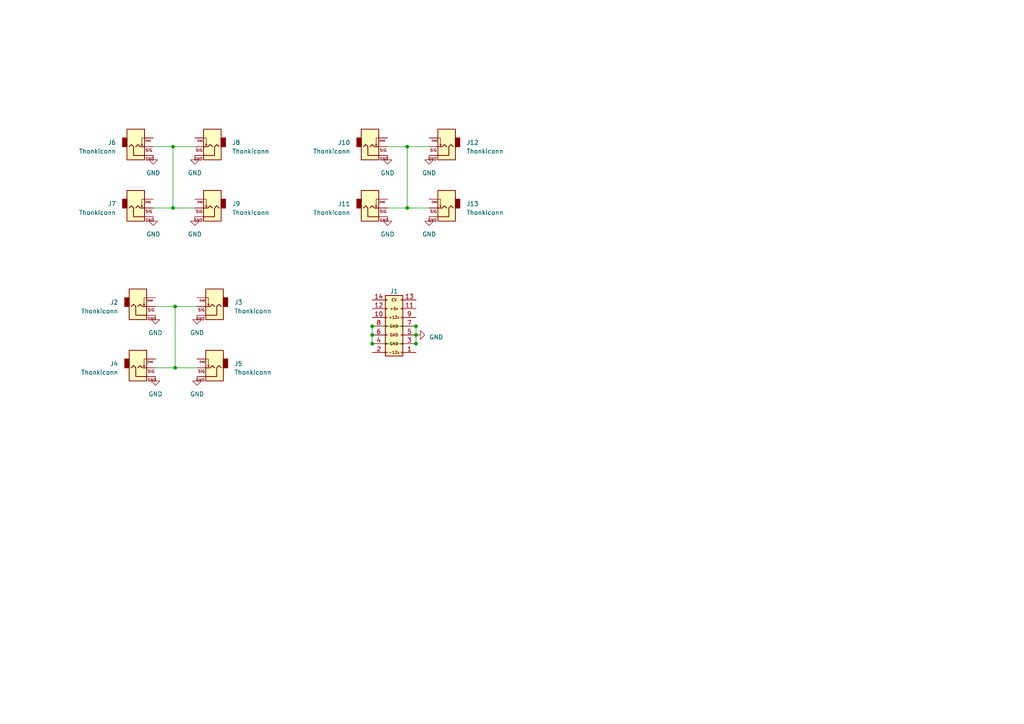
<source format=kicad_sch>
(kicad_sch (version 20230121) (generator eeschema)

  (uuid 58bdcfaa-26c1-491f-80d8-1e9816e1b15f)

  (paper "A4")

  (lib_symbols
    (symbol "PCM_EuroRackTools:EuroPower16_slim" (pin_names (offset 1.016) hide) (in_bom yes) (on_board yes)
      (property "Reference" "J" (at 1.27 7.62 0)
        (effects (font (size 1.27 1.27)))
      )
      (property "Value" "EuroPower16" (at 1.27 -12.7 0)
        (effects (font (size 1.27 1.27)) hide)
      )
      (property "Footprint" "Connector_PinHeader_2.54mm:PinHeader_2x07_P2.54mm_Vertical_SMD" (at 1.524 -18.034 0)
        (effects (font (size 1.27 1.27)) hide)
      )
      (property "Datasheet" "~" (at 1.524 -15.367 0)
        (effects (font (size 1.27 1.27)) hide)
      )
      (property "lcsc" "C2884016" (at 5.08 12.7 0)
        (effects (font (size 1.27 1.27)) hide)
      )
      (property "ki_keywords" "connector" (at 0 0 0)
        (effects (font (size 1.27 1.27)) hide)
      )
      (property "ki_description" "Generic connector, double row, 02x08, odd/even pin numbering scheme (row 1 odd numbers, row 2 even numbers), script generated (kicad-library-utils/schlib/autogen/connector/)" (at 0 0 0)
        (effects (font (size 1.27 1.27)) hide)
      )
      (property "ki_fp_filters" "Connector*:*_2x??_*" (at 0 0 0)
        (effects (font (size 1.27 1.27)) hide)
      )
      (symbol "EuroPower16_slim_0_0"
        (text "+12v" (at 1.27 0 0)
          (effects (font (size 0.8 0.8)))
        )
        (text "+5v" (at 1.27 2.54 0)
          (effects (font (size 0.8 0.8)))
        )
        (text "-12v" (at 1.27 -10.16 0)
          (effects (font (size 0.8 0.8)))
        )
        (text "CV" (at 1.27 5.08 0)
          (effects (font (size 0.8 0.8)))
        )
        (text "GND" (at 1.27 -7.62 0)
          (effects (font (size 0.8 0.8)))
        )
        (text "GND" (at 1.27 -5.08 0)
          (effects (font (size 0.8 0.8)))
        )
        (text "GND" (at 1.27 -2.54 0)
          (effects (font (size 0.8 0.8)))
        )
      )
      (symbol "EuroPower16_slim_1_1"
        (rectangle (start -1.27 -10.033) (end -0.762 -10.287)
          (stroke (width 0.1524) (type default))
          (fill (type none))
        )
        (rectangle (start -1.27 -7.493) (end -0.762 -7.747)
          (stroke (width 0.1524) (type default))
          (fill (type none))
        )
        (rectangle (start -1.27 -4.953) (end -0.762 -5.207)
          (stroke (width 0.1524) (type default))
          (fill (type none))
        )
        (rectangle (start -1.27 -2.413) (end -0.762 -2.667)
          (stroke (width 0.1524) (type default))
          (fill (type none))
        )
        (rectangle (start -1.27 0.127) (end -0.762 -0.127)
          (stroke (width 0.1524) (type default))
          (fill (type none))
        )
        (rectangle (start -1.27 2.667) (end -0.762 2.413)
          (stroke (width 0.1524) (type default))
          (fill (type none))
        )
        (rectangle (start -1.27 5.207) (end -0.762 4.953)
          (stroke (width 0.1524) (type default))
          (fill (type none))
        )
        (rectangle (start -1.27 6.35) (end 3.81 -11.176)
          (stroke (width 0.254) (type default))
          (fill (type background))
        )
        (rectangle (start 3.302 -10.033) (end 3.81 -10.287)
          (stroke (width 0.1524) (type default))
          (fill (type none))
        )
        (rectangle (start 3.302 -7.493) (end 3.81 -7.747)
          (stroke (width 0.1524) (type default))
          (fill (type none))
        )
        (rectangle (start 3.302 -4.953) (end 3.81 -5.207)
          (stroke (width 0.1524) (type default))
          (fill (type none))
        )
        (rectangle (start 3.302 -2.413) (end 3.81 -2.667)
          (stroke (width 0.1524) (type default))
          (fill (type none))
        )
        (rectangle (start 3.302 0.127) (end 3.81 -0.127)
          (stroke (width 0.1524) (type default))
          (fill (type none))
        )
        (rectangle (start 3.302 2.667) (end 3.81 2.413)
          (stroke (width 0.1524) (type default))
          (fill (type none))
        )
        (rectangle (start 3.302 5.207) (end 3.81 4.953)
          (stroke (width 0.1524) (type default))
          (fill (type none))
        )
        (pin power_out line (at 7.62 -10.16 180) (length 3.81)
          (name "-12v_R" (effects (font (size 1.27 1.27))))
          (number "1" (effects (font (size 1.27 1.27))))
        )
        (pin power_out line (at -5.08 0 0) (length 3.81)
          (name "+12V_L" (effects (font (size 1.27 1.27))))
          (number "10" (effects (font (size 1.27 1.27))))
        )
        (pin power_out line (at 7.62 2.54 180) (length 3.81)
          (name "+5v_R" (effects (font (size 1.27 1.27))))
          (number "11" (effects (font (size 1.27 1.27))))
        )
        (pin power_out line (at -5.08 2.54 0) (length 3.81)
          (name "+5v_L" (effects (font (size 1.27 1.27))))
          (number "12" (effects (font (size 1.27 1.27))))
        )
        (pin passive line (at 7.62 5.08 180) (length 3.81)
          (name "CV_R" (effects (font (size 1.27 1.27))))
          (number "13" (effects (font (size 1.27 1.27))))
        )
        (pin passive line (at -5.08 5.08 0) (length 3.81)
          (name "CV_L" (effects (font (size 1.27 1.27))))
          (number "14" (effects (font (size 1.27 1.27))))
        )
        (pin power_out line (at -5.08 -10.16 0) (length 3.81)
          (name "-12v_L" (effects (font (size 1.27 1.27))))
          (number "2" (effects (font (size 1.27 1.27))))
        )
        (pin power_out line (at 7.62 -7.62 180) (length 3.81)
          (name "GND" (effects (font (size 1.27 1.27))))
          (number "3" (effects (font (size 1.27 1.27))))
        )
        (pin power_out line (at -5.08 -7.62 0) (length 3.81)
          (name "GND" (effects (font (size 1.27 1.27))))
          (number "4" (effects (font (size 1.27 1.27))))
        )
        (pin power_out line (at 7.62 -5.08 180) (length 3.81)
          (name "GND_R3" (effects (font (size 1.27 1.27))))
          (number "5" (effects (font (size 1.27 1.27))))
        )
        (pin power_out line (at -5.08 -5.08 0) (length 3.81)
          (name "GND_L3" (effects (font (size 1.27 1.27))))
          (number "6" (effects (font (size 1.27 1.27))))
        )
        (pin power_out line (at 7.62 -2.54 180) (length 3.81)
          (name "GND_R2" (effects (font (size 1.27 1.27))))
          (number "7" (effects (font (size 1.27 1.27))))
        )
        (pin power_out line (at -5.08 -2.54 0) (length 3.81)
          (name "GND_L2" (effects (font (size 1.27 1.27))))
          (number "8" (effects (font (size 1.27 1.27))))
        )
        (pin power_out line (at 7.62 0 180) (length 3.81)
          (name "+12V_R" (effects (font (size 1.27 1.27))))
          (number "9" (effects (font (size 1.27 1.27))))
        )
      )
    )
    (symbol "PCM_EuroRackTools:Thonkiconn" (pin_numbers hide) (in_bom yes) (on_board yes)
      (property "Reference" "J" (at -1.27 -3.048 0)
        (effects (font (size 1.27 1.27)))
      )
      (property "Value" "Thonkiconn" (at 0 6.35 0)
        (effects (font (size 1.27 1.27)))
      )
      (property "Footprint" "Connector_Audio:Jack_3.5mm_QingPu_WQP-PJ398SM_Vertical_CircularHoles" (at 1.27 11.43 0)
        (effects (font (size 1.27 1.27)) hide)
      )
      (property "Datasheet" "~" (at 0 0 0)
        (effects (font (size 1.27 1.27)) hide)
      )
      (property "ki_keywords" "audio jack receptacle mono headphones phone TS connector" (at 0 0 0)
        (effects (font (size 1.27 1.27)) hide)
      )
      (property "ki_description" "Audio Jack, 2 Poles (Mono / TS), Switched T Pole (Normalling)" (at 0 0 0)
        (effects (font (size 1.27 1.27)) hide)
      )
      (property "ki_fp_filters" "Jack*" (at 0 0 0)
        (effects (font (size 1.27 1.27)) hide)
      )
      (symbol "Thonkiconn_0_0"
        (text "(no)" (at 3.556 -1.778 0)
          (effects (font (size 0.5 0.5)))
        )
        (text "GND" (at 4.064 3.556 0)
          (effects (font (size 0.8 0.8)))
        )
        (text "SIG" (at 3.81 1.016 0)
          (effects (font (size 0.8 0.8)))
        )
      )
      (symbol "Thonkiconn_0_1"
        (rectangle (start -2.54 0) (end -3.81 -2.54)
          (stroke (width 0.254) (type default))
          (fill (type outline))
        )
        (polyline
          (pts
            (xy 1.778 -0.254)
            (xy 2.032 -0.762)
          )
          (stroke (width 0) (type default))
          (fill (type none))
        )
        (polyline
          (pts
            (xy 0 0)
            (xy 0.635 -0.635)
            (xy 1.27 0)
            (xy 2.54 0)
          )
          (stroke (width 0.254) (type default))
          (fill (type none))
        )
        (polyline
          (pts
            (xy 2.54 -2.54)
            (xy 1.778 -2.54)
            (xy 1.778 -0.254)
            (xy 1.524 -0.762)
          )
          (stroke (width 0) (type default))
          (fill (type none))
        )
        (polyline
          (pts
            (xy 2.54 2.54)
            (xy -0.635 2.54)
            (xy -0.635 0)
            (xy -1.27 -0.635)
            (xy -1.905 0)
          )
          (stroke (width 0.254) (type default))
          (fill (type none))
        )
        (rectangle (start 2.54 3.81) (end -2.54 -5.08)
          (stroke (width 0.254) (type default))
          (fill (type background))
        )
      )
      (symbol "Thonkiconn_1_1"
        (pin passive line (at 5.08 2.54 180) (length 2.54)
          (name "~" (effects (font (size 1.27 1.27))))
          (number "S" (effects (font (size 1.27 1.27))))
        )
        (pin passive line (at 5.08 0 180) (length 2.54)
          (name "~" (effects (font (size 1.27 1.27))))
          (number "T" (effects (font (size 1.27 1.27))))
        )
        (pin passive line (at 5.08 -2.54 180) (length 2.54)
          (name "~" (effects (font (size 1.27 1.27))))
          (number "TN" (effects (font (size 1.27 1.27))))
        )
      )
    )
    (symbol "power:GND" (power) (pin_names (offset 0)) (in_bom yes) (on_board yes)
      (property "Reference" "#PWR" (at 0 -6.35 0)
        (effects (font (size 1.27 1.27)) hide)
      )
      (property "Value" "GND" (at 0 -3.81 0)
        (effects (font (size 1.27 1.27)))
      )
      (property "Footprint" "" (at 0 0 0)
        (effects (font (size 1.27 1.27)) hide)
      )
      (property "Datasheet" "" (at 0 0 0)
        (effects (font (size 1.27 1.27)) hide)
      )
      (property "ki_keywords" "global power" (at 0 0 0)
        (effects (font (size 1.27 1.27)) hide)
      )
      (property "ki_description" "Power symbol creates a global label with name \"GND\" , ground" (at 0 0 0)
        (effects (font (size 1.27 1.27)) hide)
      )
      (symbol "GND_0_1"
        (polyline
          (pts
            (xy 0 0)
            (xy 0 -1.27)
            (xy 1.27 -1.27)
            (xy 0 -2.54)
            (xy -1.27 -1.27)
            (xy 0 -1.27)
          )
          (stroke (width 0) (type default))
          (fill (type none))
        )
      )
      (symbol "GND_1_1"
        (pin power_in line (at 0 0 270) (length 0) hide
          (name "GND" (effects (font (size 1.27 1.27))))
          (number "1" (effects (font (size 1.27 1.27))))
        )
      )
    )
  )

  (junction (at 118.11 60.325) (diameter 0) (color 0 0 0 0)
    (uuid 35fd5659-d6f9-4ff6-9a72-7a221042a40e)
  )
  (junction (at 50.165 42.545) (diameter 0) (color 0 0 0 0)
    (uuid 38bf440f-13c2-4393-ab04-26c2da4b12b3)
  )
  (junction (at 50.165 60.325) (diameter 0) (color 0 0 0 0)
    (uuid 5db8ad4e-afdc-43eb-825e-e34aba1fb01f)
  )
  (junction (at 107.95 99.695) (diameter 0) (color 0 0 0 0)
    (uuid 90d58c08-9898-44fc-811d-60b137aeab68)
  )
  (junction (at 118.11 42.545) (diameter 0) (color 0 0 0 0)
    (uuid 924bdfe4-8066-41ab-b628-ed7a53de5031)
  )
  (junction (at 120.65 94.615) (diameter 0) (color 0 0 0 0)
    (uuid b660c970-b7af-4dea-a599-8ac980a1d19f)
  )
  (junction (at 50.8 88.9) (diameter 0) (color 0 0 0 0)
    (uuid bc96813e-e332-4cba-a6b5-11b786d8643d)
  )
  (junction (at 50.8 106.68) (diameter 0) (color 0 0 0 0)
    (uuid c28ee420-2c22-4131-94ac-b9e8089d89c8)
  )
  (junction (at 107.95 94.615) (diameter 0) (color 0 0 0 0)
    (uuid d049ea71-82aa-48cd-8160-a6a6909ccdab)
  )
  (junction (at 120.65 99.695) (diameter 0) (color 0 0 0 0)
    (uuid e009606d-47a6-4798-95ef-395123306787)
  )
  (junction (at 107.95 97.155) (diameter 0) (color 0 0 0 0)
    (uuid e9757ae5-1082-445f-adaa-baa6a31bfefb)
  )
  (junction (at 120.65 97.155) (diameter 0) (color 0 0 0 0)
    (uuid f11e2e74-9180-494e-b04f-8452105aedb7)
  )

  (wire (pts (xy 45.085 106.68) (xy 50.8 106.68))
    (stroke (width 0) (type default))
    (uuid 03bfddff-0d2b-41be-9780-1880c6f77b06)
  )
  (wire (pts (xy 45.085 88.9) (xy 50.8 88.9))
    (stroke (width 0) (type default))
    (uuid 0b8c9467-cb51-4712-a0d3-94cee47ad79b)
  )
  (wire (pts (xy 118.11 42.545) (xy 118.11 60.325))
    (stroke (width 0) (type default))
    (uuid 16b89948-2025-433e-a2c9-e9961b3e9efc)
  )
  (wire (pts (xy 120.65 99.695) (xy 107.95 99.695))
    (stroke (width 0) (type default))
    (uuid 1e3b68db-76e2-4060-8859-d7d9b6a20f62)
  )
  (wire (pts (xy 112.395 42.545) (xy 118.11 42.545))
    (stroke (width 0) (type default))
    (uuid 21033795-7c2b-4109-b8ab-ddac6cc2e634)
  )
  (wire (pts (xy 44.45 42.545) (xy 50.165 42.545))
    (stroke (width 0) (type default))
    (uuid 21a3af8d-c9f2-44cc-b865-0f0864cfe66c)
  )
  (wire (pts (xy 118.11 42.545) (xy 124.46 42.545))
    (stroke (width 0) (type default))
    (uuid 38b167d7-8c33-4c53-b834-f5e6f28f30cf)
  )
  (wire (pts (xy 50.8 88.9) (xy 50.8 106.68))
    (stroke (width 0) (type default))
    (uuid 409c98fc-ea67-45b3-bb46-37c7d02052bd)
  )
  (wire (pts (xy 50.165 42.545) (xy 56.515 42.545))
    (stroke (width 0) (type default))
    (uuid 502dc00b-0dc3-48f6-8d95-d5c1137ba9fd)
  )
  (wire (pts (xy 112.395 60.325) (xy 118.11 60.325))
    (stroke (width 0) (type default))
    (uuid 555a4726-ce84-4d6e-a6f6-b87996654f6e)
  )
  (wire (pts (xy 50.8 106.68) (xy 57.15 106.68))
    (stroke (width 0) (type default))
    (uuid 5a547900-e869-4a1b-a7cb-f4b72b48d557)
  )
  (wire (pts (xy 118.11 60.325) (xy 124.46 60.325))
    (stroke (width 0) (type default))
    (uuid 7310a9dd-9bce-4297-84b0-0ddda04c4e16)
  )
  (wire (pts (xy 120.65 94.615) (xy 120.65 97.155))
    (stroke (width 0) (type default))
    (uuid 7d8ba988-578b-4fc5-a8ef-e670981a56bc)
  )
  (wire (pts (xy 120.65 97.155) (xy 120.65 99.695))
    (stroke (width 0) (type default))
    (uuid 84b87874-6176-4406-b296-40ffafb57c8d)
  )
  (wire (pts (xy 50.165 42.545) (xy 50.165 60.325))
    (stroke (width 0) (type default))
    (uuid 855768e6-5c05-4738-9510-de8c58f62f16)
  )
  (wire (pts (xy 107.95 94.615) (xy 120.65 94.615))
    (stroke (width 0) (type default))
    (uuid ad5b923d-75de-427a-b2a3-3511f5b5b589)
  )
  (wire (pts (xy 44.45 60.325) (xy 50.165 60.325))
    (stroke (width 0) (type default))
    (uuid bb3c28fa-5c19-4d65-ba58-0727cbf6922e)
  )
  (wire (pts (xy 107.95 97.155) (xy 107.95 99.695))
    (stroke (width 0) (type default))
    (uuid be74c745-bdf7-4139-9a92-4e81d633a2df)
  )
  (wire (pts (xy 107.95 94.615) (xy 107.95 97.155))
    (stroke (width 0) (type default))
    (uuid c3a091b5-1561-4709-ab7b-cc25123b6827)
  )
  (wire (pts (xy 50.8 88.9) (xy 57.15 88.9))
    (stroke (width 0) (type default))
    (uuid ca5332e0-94b8-4077-8da9-817ed54c527a)
  )
  (wire (pts (xy 50.165 60.325) (xy 56.515 60.325))
    (stroke (width 0) (type default))
    (uuid d413451f-f9c3-478d-9bac-3f3bab98eb53)
  )

  (symbol (lib_id "PCM_EuroRackTools:Thonkiconn") (at 129.54 60.325 180) (unit 1)
    (in_bom yes) (on_board yes) (dnp no) (fields_autoplaced)
    (uuid 0b876b34-bbd3-4230-865f-581b8806f1b7)
    (property "Reference" "J13" (at 135.255 59.127 0)
      (effects (font (size 1.27 1.27)) (justify right))
    )
    (property "Value" "Thonkiconn" (at 135.255 61.667 0)
      (effects (font (size 1.27 1.27)) (justify right))
    )
    (property "Footprint" "Connector_Audio:Jack_3.5mm_QingPu_WQP-PJ398SM_Vertical_CircularHoles" (at 128.27 71.755 0)
      (effects (font (size 1.27 1.27)) hide)
    )
    (property "Datasheet" "~" (at 129.54 60.325 0)
      (effects (font (size 1.27 1.27)) hide)
    )
    (pin "S" (uuid 1f63ac2a-a1d9-44ad-9a38-307a2f7100de))
    (pin "T" (uuid 7fcfb4e3-fed6-40cf-a150-ec26cb2e784b))
    (pin "TN" (uuid 820fa911-7ac0-4ace-96f2-22c0219e911b))
    (instances
      (project "passive mult"
        (path "/58bdcfaa-26c1-491f-80d8-1e9816e1b15f"
          (reference "J13") (unit 1)
        )
      )
    )
  )

  (symbol (lib_id "power:GND") (at 44.45 45.085 0) (unit 1)
    (in_bom yes) (on_board yes) (dnp no) (fields_autoplaced)
    (uuid 176ff0b1-1a19-4b6a-a61f-8b8399d4f15d)
    (property "Reference" "#PWR06" (at 44.45 51.435 0)
      (effects (font (size 1.27 1.27)) hide)
    )
    (property "Value" "GND" (at 44.45 50.165 0)
      (effects (font (size 1.27 1.27)))
    )
    (property "Footprint" "" (at 44.45 45.085 0)
      (effects (font (size 1.27 1.27)) hide)
    )
    (property "Datasheet" "" (at 44.45 45.085 0)
      (effects (font (size 1.27 1.27)) hide)
    )
    (pin "1" (uuid 85c4aca4-ea96-401f-a822-5d9e988761ad))
    (instances
      (project "passive mult"
        (path "/58bdcfaa-26c1-491f-80d8-1e9816e1b15f"
          (reference "#PWR06") (unit 1)
        )
      )
    )
  )

  (symbol (lib_id "PCM_EuroRackTools:Thonkiconn") (at 107.315 60.325 0) (mirror x) (unit 1)
    (in_bom yes) (on_board yes) (dnp no) (fields_autoplaced)
    (uuid 17fce11b-1eff-4f40-adc2-0b1f67e0f5f4)
    (property "Reference" "J11" (at 101.6 59.127 0)
      (effects (font (size 1.27 1.27)) (justify right))
    )
    (property "Value" "Thonkiconn" (at 101.6 61.667 0)
      (effects (font (size 1.27 1.27)) (justify right))
    )
    (property "Footprint" "Connector_Audio:Jack_3.5mm_QingPu_WQP-PJ398SM_Vertical_CircularHoles" (at 108.585 71.755 0)
      (effects (font (size 1.27 1.27)) hide)
    )
    (property "Datasheet" "~" (at 107.315 60.325 0)
      (effects (font (size 1.27 1.27)) hide)
    )
    (pin "S" (uuid c7db9e79-6d3a-4adf-9685-ef0d2bfd9d26))
    (pin "T" (uuid a308b568-ca2b-4b15-b166-eb0654db96a3))
    (pin "TN" (uuid 8158ae3b-ab14-486b-becf-0bf9867d2ab3))
    (instances
      (project "passive mult"
        (path "/58bdcfaa-26c1-491f-80d8-1e9816e1b15f"
          (reference "J11") (unit 1)
        )
      )
    )
  )

  (symbol (lib_id "power:GND") (at 45.085 109.22 0) (unit 1)
    (in_bom yes) (on_board yes) (dnp no) (fields_autoplaced)
    (uuid 1971ece1-d0c6-462e-9f17-6d76b743d789)
    (property "Reference" "#PWR04" (at 45.085 115.57 0)
      (effects (font (size 1.27 1.27)) hide)
    )
    (property "Value" "GND" (at 45.085 114.3 0)
      (effects (font (size 1.27 1.27)))
    )
    (property "Footprint" "" (at 45.085 109.22 0)
      (effects (font (size 1.27 1.27)) hide)
    )
    (property "Datasheet" "" (at 45.085 109.22 0)
      (effects (font (size 1.27 1.27)) hide)
    )
    (pin "1" (uuid 427a2bbd-e92a-4c6f-b48b-20ade3546f2e))
    (instances
      (project "passive mult"
        (path "/58bdcfaa-26c1-491f-80d8-1e9816e1b15f"
          (reference "#PWR04") (unit 1)
        )
      )
    )
  )

  (symbol (lib_id "power:GND") (at 57.15 91.44 0) (mirror y) (unit 1)
    (in_bom yes) (on_board yes) (dnp no) (fields_autoplaced)
    (uuid 1f63abcd-19d1-4666-acd5-921b9647b667)
    (property "Reference" "#PWR03" (at 57.15 97.79 0)
      (effects (font (size 1.27 1.27)) hide)
    )
    (property "Value" "GND" (at 57.15 96.52 0)
      (effects (font (size 1.27 1.27)))
    )
    (property "Footprint" "" (at 57.15 91.44 0)
      (effects (font (size 1.27 1.27)) hide)
    )
    (property "Datasheet" "" (at 57.15 91.44 0)
      (effects (font (size 1.27 1.27)) hide)
    )
    (pin "1" (uuid 6d249eb3-c792-420a-98e3-db0d01abe13a))
    (instances
      (project "passive mult"
        (path "/58bdcfaa-26c1-491f-80d8-1e9816e1b15f"
          (reference "#PWR03") (unit 1)
        )
      )
    )
  )

  (symbol (lib_id "PCM_EuroRackTools:Thonkiconn") (at 62.23 106.68 180) (unit 1)
    (in_bom yes) (on_board yes) (dnp no) (fields_autoplaced)
    (uuid 3a8d6802-b90a-4675-ab99-0d5cdbd2c637)
    (property "Reference" "J5" (at 67.945 105.482 0)
      (effects (font (size 1.27 1.27)) (justify right))
    )
    (property "Value" "Thonkiconn" (at 67.945 108.022 0)
      (effects (font (size 1.27 1.27)) (justify right))
    )
    (property "Footprint" "Connector_Audio:Jack_3.5mm_QingPu_WQP-PJ398SM_Vertical_CircularHoles" (at 60.96 118.11 0)
      (effects (font (size 1.27 1.27)) hide)
    )
    (property "Datasheet" "~" (at 62.23 106.68 0)
      (effects (font (size 1.27 1.27)) hide)
    )
    (pin "S" (uuid c6951cbf-13dc-4c91-abcf-8fbe059917e3))
    (pin "T" (uuid a707c021-f165-4fc9-98ef-a90d8dd7b8ea))
    (pin "TN" (uuid 4ac7a789-bf91-4762-9f64-7349fe363fa7))
    (instances
      (project "passive mult"
        (path "/58bdcfaa-26c1-491f-80d8-1e9816e1b15f"
          (reference "J5") (unit 1)
        )
      )
    )
  )

  (symbol (lib_id "PCM_EuroRackTools:Thonkiconn") (at 40.005 88.9 0) (mirror x) (unit 1)
    (in_bom yes) (on_board yes) (dnp no) (fields_autoplaced)
    (uuid 48d45f98-6c32-44bc-9e9b-5a77130cc314)
    (property "Reference" "J2" (at 34.29 87.702 0)
      (effects (font (size 1.27 1.27)) (justify right))
    )
    (property "Value" "Thonkiconn" (at 34.29 90.242 0)
      (effects (font (size 1.27 1.27)) (justify right))
    )
    (property "Footprint" "Connector_Audio:Jack_3.5mm_QingPu_WQP-PJ398SM_Vertical_CircularHoles" (at 41.275 100.33 0)
      (effects (font (size 1.27 1.27)) hide)
    )
    (property "Datasheet" "~" (at 40.005 88.9 0)
      (effects (font (size 1.27 1.27)) hide)
    )
    (pin "S" (uuid 61b503fe-b23b-4e89-a95f-e51711d4d1b7))
    (pin "T" (uuid 35a389dd-fac8-4abe-97ca-a843eec375a4))
    (pin "TN" (uuid eaca03aa-16ec-4449-8ff2-d8425d1c2528))
    (instances
      (project "passive mult"
        (path "/58bdcfaa-26c1-491f-80d8-1e9816e1b15f"
          (reference "J2") (unit 1)
        )
      )
    )
  )

  (symbol (lib_id "power:GND") (at 112.395 45.085 0) (unit 1)
    (in_bom yes) (on_board yes) (dnp no) (fields_autoplaced)
    (uuid 899dea67-d55e-44ae-98c5-a1a23e516897)
    (property "Reference" "#PWR010" (at 112.395 51.435 0)
      (effects (font (size 1.27 1.27)) hide)
    )
    (property "Value" "GND" (at 112.395 50.165 0)
      (effects (font (size 1.27 1.27)))
    )
    (property "Footprint" "" (at 112.395 45.085 0)
      (effects (font (size 1.27 1.27)) hide)
    )
    (property "Datasheet" "" (at 112.395 45.085 0)
      (effects (font (size 1.27 1.27)) hide)
    )
    (pin "1" (uuid 8b011e8c-09e9-431e-92be-963e496da0e1))
    (instances
      (project "passive mult"
        (path "/58bdcfaa-26c1-491f-80d8-1e9816e1b15f"
          (reference "#PWR010") (unit 1)
        )
      )
    )
  )

  (symbol (lib_id "power:GND") (at 56.515 45.085 0) (mirror y) (unit 1)
    (in_bom yes) (on_board yes) (dnp no) (fields_autoplaced)
    (uuid 8ad6edaa-0c17-4926-b088-8cc9814dd921)
    (property "Reference" "#PWR08" (at 56.515 51.435 0)
      (effects (font (size 1.27 1.27)) hide)
    )
    (property "Value" "GND" (at 56.515 50.165 0)
      (effects (font (size 1.27 1.27)))
    )
    (property "Footprint" "" (at 56.515 45.085 0)
      (effects (font (size 1.27 1.27)) hide)
    )
    (property "Datasheet" "" (at 56.515 45.085 0)
      (effects (font (size 1.27 1.27)) hide)
    )
    (pin "1" (uuid 07efd92e-397e-44d3-9193-69257ac6c1b6))
    (instances
      (project "passive mult"
        (path "/58bdcfaa-26c1-491f-80d8-1e9816e1b15f"
          (reference "#PWR08") (unit 1)
        )
      )
    )
  )

  (symbol (lib_id "power:GND") (at 56.515 62.865 0) (mirror y) (unit 1)
    (in_bom yes) (on_board yes) (dnp no) (fields_autoplaced)
    (uuid 8aeddb8c-0b52-483c-8771-fc4eda544814)
    (property "Reference" "#PWR09" (at 56.515 69.215 0)
      (effects (font (size 1.27 1.27)) hide)
    )
    (property "Value" "GND" (at 56.515 67.945 0)
      (effects (font (size 1.27 1.27)))
    )
    (property "Footprint" "" (at 56.515 62.865 0)
      (effects (font (size 1.27 1.27)) hide)
    )
    (property "Datasheet" "" (at 56.515 62.865 0)
      (effects (font (size 1.27 1.27)) hide)
    )
    (pin "1" (uuid 1eabcd4b-5581-4f83-b20c-f4ffaa660e9e))
    (instances
      (project "passive mult"
        (path "/58bdcfaa-26c1-491f-80d8-1e9816e1b15f"
          (reference "#PWR09") (unit 1)
        )
      )
    )
  )

  (symbol (lib_id "PCM_EuroRackTools:Thonkiconn") (at 61.595 60.325 180) (unit 1)
    (in_bom yes) (on_board yes) (dnp no) (fields_autoplaced)
    (uuid 8b074d4d-12fc-4d03-8ef7-2fdba4ee774a)
    (property "Reference" "J9" (at 67.31 59.127 0)
      (effects (font (size 1.27 1.27)) (justify right))
    )
    (property "Value" "Thonkiconn" (at 67.31 61.667 0)
      (effects (font (size 1.27 1.27)) (justify right))
    )
    (property "Footprint" "Connector_Audio:Jack_3.5mm_QingPu_WQP-PJ398SM_Vertical_CircularHoles" (at 60.325 71.755 0)
      (effects (font (size 1.27 1.27)) hide)
    )
    (property "Datasheet" "~" (at 61.595 60.325 0)
      (effects (font (size 1.27 1.27)) hide)
    )
    (pin "S" (uuid 43d8f1b7-0c4e-4842-8296-54e8eafb0612))
    (pin "T" (uuid 352de0b7-bace-4757-afa8-3c178d432d82))
    (pin "TN" (uuid d629a31a-51ef-477b-ad9a-cb8d7f6c66a4))
    (instances
      (project "passive mult"
        (path "/58bdcfaa-26c1-491f-80d8-1e9816e1b15f"
          (reference "J9") (unit 1)
        )
      )
    )
  )

  (symbol (lib_id "power:GND") (at 124.46 62.865 0) (mirror y) (unit 1)
    (in_bom yes) (on_board yes) (dnp no) (fields_autoplaced)
    (uuid 8bedda04-ac7a-4001-9c49-95c8ee6c11b1)
    (property "Reference" "#PWR013" (at 124.46 69.215 0)
      (effects (font (size 1.27 1.27)) hide)
    )
    (property "Value" "GND" (at 124.46 67.945 0)
      (effects (font (size 1.27 1.27)))
    )
    (property "Footprint" "" (at 124.46 62.865 0)
      (effects (font (size 1.27 1.27)) hide)
    )
    (property "Datasheet" "" (at 124.46 62.865 0)
      (effects (font (size 1.27 1.27)) hide)
    )
    (pin "1" (uuid fb1fe79b-46ab-478b-a784-419bea09fd70))
    (instances
      (project "passive mult"
        (path "/58bdcfaa-26c1-491f-80d8-1e9816e1b15f"
          (reference "#PWR013") (unit 1)
        )
      )
    )
  )

  (symbol (lib_id "PCM_EuroRackTools:Thonkiconn") (at 40.005 106.68 0) (mirror x) (unit 1)
    (in_bom yes) (on_board yes) (dnp no) (fields_autoplaced)
    (uuid 8ffe6751-21c4-499d-906f-541117f53843)
    (property "Reference" "J4" (at 34.29 105.482 0)
      (effects (font (size 1.27 1.27)) (justify right))
    )
    (property "Value" "Thonkiconn" (at 34.29 108.022 0)
      (effects (font (size 1.27 1.27)) (justify right))
    )
    (property "Footprint" "Connector_Audio:Jack_3.5mm_QingPu_WQP-PJ398SM_Vertical_CircularHoles" (at 41.275 118.11 0)
      (effects (font (size 1.27 1.27)) hide)
    )
    (property "Datasheet" "~" (at 40.005 106.68 0)
      (effects (font (size 1.27 1.27)) hide)
    )
    (pin "S" (uuid f4b42e0a-1039-454b-a6bb-5aae03c48f30))
    (pin "T" (uuid 173f7504-53ec-4f9e-b517-4820065bee74))
    (pin "TN" (uuid b266efb7-654f-4bfb-ab14-bca37b09e31a))
    (instances
      (project "passive mult"
        (path "/58bdcfaa-26c1-491f-80d8-1e9816e1b15f"
          (reference "J4") (unit 1)
        )
      )
    )
  )

  (symbol (lib_id "PCM_EuroRackTools:Thonkiconn") (at 62.23 88.9 180) (unit 1)
    (in_bom yes) (on_board yes) (dnp no) (fields_autoplaced)
    (uuid 94afb58a-3a21-4f98-8849-cbb74b91d47e)
    (property "Reference" "J3" (at 67.945 87.702 0)
      (effects (font (size 1.27 1.27)) (justify right))
    )
    (property "Value" "Thonkiconn" (at 67.945 90.242 0)
      (effects (font (size 1.27 1.27)) (justify right))
    )
    (property "Footprint" "Connector_Audio:Jack_3.5mm_QingPu_WQP-PJ398SM_Vertical_CircularHoles" (at 60.96 100.33 0)
      (effects (font (size 1.27 1.27)) hide)
    )
    (property "Datasheet" "~" (at 62.23 88.9 0)
      (effects (font (size 1.27 1.27)) hide)
    )
    (pin "S" (uuid 4af73b00-1181-4550-9b39-7317778d258f))
    (pin "T" (uuid 84edf2dc-7423-4c7f-92ee-4852027253b8))
    (pin "TN" (uuid cda636db-f4f6-4e54-be30-13da6753a1f1))
    (instances
      (project "passive mult"
        (path "/58bdcfaa-26c1-491f-80d8-1e9816e1b15f"
          (reference "J3") (unit 1)
        )
      )
    )
  )

  (symbol (lib_id "power:GND") (at 57.15 109.22 0) (mirror y) (unit 1)
    (in_bom yes) (on_board yes) (dnp no) (fields_autoplaced)
    (uuid 96dfc44a-e39c-42e8-ad24-e0e9fa7ab8a9)
    (property "Reference" "#PWR05" (at 57.15 115.57 0)
      (effects (font (size 1.27 1.27)) hide)
    )
    (property "Value" "GND" (at 57.15 114.3 0)
      (effects (font (size 1.27 1.27)))
    )
    (property "Footprint" "" (at 57.15 109.22 0)
      (effects (font (size 1.27 1.27)) hide)
    )
    (property "Datasheet" "" (at 57.15 109.22 0)
      (effects (font (size 1.27 1.27)) hide)
    )
    (pin "1" (uuid 28993668-0d58-478d-931a-9cb27927f016))
    (instances
      (project "passive mult"
        (path "/58bdcfaa-26c1-491f-80d8-1e9816e1b15f"
          (reference "#PWR05") (unit 1)
        )
      )
    )
  )

  (symbol (lib_id "power:GND") (at 124.46 45.085 0) (mirror y) (unit 1)
    (in_bom yes) (on_board yes) (dnp no) (fields_autoplaced)
    (uuid 97867cf6-3bcf-45f7-bf9a-960d4db03c29)
    (property "Reference" "#PWR012" (at 124.46 51.435 0)
      (effects (font (size 1.27 1.27)) hide)
    )
    (property "Value" "GND" (at 124.46 50.165 0)
      (effects (font (size 1.27 1.27)))
    )
    (property "Footprint" "" (at 124.46 45.085 0)
      (effects (font (size 1.27 1.27)) hide)
    )
    (property "Datasheet" "" (at 124.46 45.085 0)
      (effects (font (size 1.27 1.27)) hide)
    )
    (pin "1" (uuid de436b18-4429-4d5d-aeeb-2c335015914c))
    (instances
      (project "passive mult"
        (path "/58bdcfaa-26c1-491f-80d8-1e9816e1b15f"
          (reference "#PWR012") (unit 1)
        )
      )
    )
  )

  (symbol (lib_id "PCM_EuroRackTools:Thonkiconn") (at 39.37 60.325 0) (mirror x) (unit 1)
    (in_bom yes) (on_board yes) (dnp no) (fields_autoplaced)
    (uuid aa6c9b4f-0c43-4529-ac5a-0e7fd9a58d89)
    (property "Reference" "J7" (at 33.655 59.127 0)
      (effects (font (size 1.27 1.27)) (justify right))
    )
    (property "Value" "Thonkiconn" (at 33.655 61.667 0)
      (effects (font (size 1.27 1.27)) (justify right))
    )
    (property "Footprint" "Connector_Audio:Jack_3.5mm_QingPu_WQP-PJ398SM_Vertical_CircularHoles" (at 40.64 71.755 0)
      (effects (font (size 1.27 1.27)) hide)
    )
    (property "Datasheet" "~" (at 39.37 60.325 0)
      (effects (font (size 1.27 1.27)) hide)
    )
    (pin "S" (uuid 9632f308-9035-489a-859e-b88d543e034d))
    (pin "T" (uuid 0b5500ac-2b87-478f-b43f-cc3bd7373bf6))
    (pin "TN" (uuid f053fee6-928d-436e-bf11-b5ce1a4f6b7f))
    (instances
      (project "passive mult"
        (path "/58bdcfaa-26c1-491f-80d8-1e9816e1b15f"
          (reference "J7") (unit 1)
        )
      )
    )
  )

  (symbol (lib_id "PCM_EuroRackTools:EuroPower16_slim") (at 113.03 92.075 0) (unit 1)
    (in_bom yes) (on_board yes) (dnp no) (fields_autoplaced)
    (uuid b14b688c-aac3-4911-978f-9ee88cb41900)
    (property "Reference" "J1" (at 114.3 84.455 0)
      (effects (font (size 1.27 1.27)))
    )
    (property "Value" "EuroPower16" (at 114.3 104.775 0)
      (effects (font (size 1.27 1.27)) hide)
    )
    (property "Footprint" "Connector_PinHeader_2.54mm:PinHeader_2x07_P2.54mm_Vertical_SMD" (at 114.554 110.109 0)
      (effects (font (size 1.27 1.27)) hide)
    )
    (property "Datasheet" "~" (at 114.554 107.442 0)
      (effects (font (size 1.27 1.27)) hide)
    )
    (property "lcsc" "C2884016" (at 118.11 79.375 0)
      (effects (font (size 1.27 1.27)) hide)
    )
    (pin "1" (uuid b658de58-552e-4c28-a876-065754727828))
    (pin "10" (uuid 065f1d88-2aa5-4688-981a-f680c5c7cf87))
    (pin "11" (uuid 557d2fc8-c56e-4646-b0b7-e62a3eac4727))
    (pin "12" (uuid d087773b-3eee-4b2a-ac0b-c4747d8bc453))
    (pin "13" (uuid 8ad7d396-4913-47e7-b479-159c91f0b00e))
    (pin "14" (uuid 7209b8fc-6b2a-438c-8a5d-ce3bc6a7f293))
    (pin "2" (uuid 61d6ad03-6141-4886-97b5-f5358083d259))
    (pin "3" (uuid 9577d12e-d924-4f08-9ee3-b2fe88426133))
    (pin "4" (uuid 2f7699d1-83d1-4dca-8c76-06d2497dd990))
    (pin "5" (uuid ce3b6da8-be19-4818-a5de-1ade2d00e68e))
    (pin "6" (uuid 69663dda-3bf0-4c74-91d6-6ffaa87abe09))
    (pin "7" (uuid 625e703b-833d-44ff-b6d5-653db35f84e7))
    (pin "8" (uuid 5de47d44-a78d-4d33-897a-c522d9f67865))
    (pin "9" (uuid 8212fcfd-aece-439d-b0d4-51a06161cf3c))
    (instances
      (project "passive mult"
        (path "/58bdcfaa-26c1-491f-80d8-1e9816e1b15f"
          (reference "J1") (unit 1)
        )
      )
    )
  )

  (symbol (lib_id "power:GND") (at 112.395 62.865 0) (unit 1)
    (in_bom yes) (on_board yes) (dnp no) (fields_autoplaced)
    (uuid b269e9fc-ac33-46ce-8863-9c84d3febbb5)
    (property "Reference" "#PWR011" (at 112.395 69.215 0)
      (effects (font (size 1.27 1.27)) hide)
    )
    (property "Value" "GND" (at 112.395 67.945 0)
      (effects (font (size 1.27 1.27)))
    )
    (property "Footprint" "" (at 112.395 62.865 0)
      (effects (font (size 1.27 1.27)) hide)
    )
    (property "Datasheet" "" (at 112.395 62.865 0)
      (effects (font (size 1.27 1.27)) hide)
    )
    (pin "1" (uuid 7e9695e4-5362-4db7-8c15-27660bc65bdf))
    (instances
      (project "passive mult"
        (path "/58bdcfaa-26c1-491f-80d8-1e9816e1b15f"
          (reference "#PWR011") (unit 1)
        )
      )
    )
  )

  (symbol (lib_id "PCM_EuroRackTools:Thonkiconn") (at 129.54 42.545 180) (unit 1)
    (in_bom yes) (on_board yes) (dnp no) (fields_autoplaced)
    (uuid b3088e07-a206-489a-a14d-b78e139cae22)
    (property "Reference" "J12" (at 135.255 41.347 0)
      (effects (font (size 1.27 1.27)) (justify right))
    )
    (property "Value" "Thonkiconn" (at 135.255 43.887 0)
      (effects (font (size 1.27 1.27)) (justify right))
    )
    (property "Footprint" "Connector_Audio:Jack_3.5mm_QingPu_WQP-PJ398SM_Vertical_CircularHoles" (at 128.27 53.975 0)
      (effects (font (size 1.27 1.27)) hide)
    )
    (property "Datasheet" "~" (at 129.54 42.545 0)
      (effects (font (size 1.27 1.27)) hide)
    )
    (pin "S" (uuid 352f966a-9984-4130-baf0-ef9c07d2973f))
    (pin "T" (uuid 0030945d-8a8c-4966-b099-82214cb68b4f))
    (pin "TN" (uuid b9b9ce8d-0daa-4090-884c-3d64cd5f2a38))
    (instances
      (project "passive mult"
        (path "/58bdcfaa-26c1-491f-80d8-1e9816e1b15f"
          (reference "J12") (unit 1)
        )
      )
    )
  )

  (symbol (lib_id "PCM_EuroRackTools:Thonkiconn") (at 39.37 42.545 0) (mirror x) (unit 1)
    (in_bom yes) (on_board yes) (dnp no) (fields_autoplaced)
    (uuid b517fe35-6e13-4bbe-9472-4861d35237d9)
    (property "Reference" "J6" (at 33.655 41.347 0)
      (effects (font (size 1.27 1.27)) (justify right))
    )
    (property "Value" "Thonkiconn" (at 33.655 43.887 0)
      (effects (font (size 1.27 1.27)) (justify right))
    )
    (property "Footprint" "Connector_Audio:Jack_3.5mm_QingPu_WQP-PJ398SM_Vertical_CircularHoles" (at 40.64 53.975 0)
      (effects (font (size 1.27 1.27)) hide)
    )
    (property "Datasheet" "~" (at 39.37 42.545 0)
      (effects (font (size 1.27 1.27)) hide)
    )
    (pin "S" (uuid 384d521d-c3c0-4c82-bc56-e8201dda1306))
    (pin "T" (uuid 9962c128-6231-4274-9bbc-51da68ea46e7))
    (pin "TN" (uuid f1928258-00ec-4e9a-9df0-91a47714c343))
    (instances
      (project "passive mult"
        (path "/58bdcfaa-26c1-491f-80d8-1e9816e1b15f"
          (reference "J6") (unit 1)
        )
      )
    )
  )

  (symbol (lib_id "PCM_EuroRackTools:Thonkiconn") (at 107.315 42.545 0) (mirror x) (unit 1)
    (in_bom yes) (on_board yes) (dnp no) (fields_autoplaced)
    (uuid bb6367b6-91d7-469c-8c68-3ac525fb718f)
    (property "Reference" "J10" (at 101.6 41.347 0)
      (effects (font (size 1.27 1.27)) (justify right))
    )
    (property "Value" "Thonkiconn" (at 101.6 43.887 0)
      (effects (font (size 1.27 1.27)) (justify right))
    )
    (property "Footprint" "Connector_Audio:Jack_3.5mm_QingPu_WQP-PJ398SM_Vertical_CircularHoles" (at 108.585 53.975 0)
      (effects (font (size 1.27 1.27)) hide)
    )
    (property "Datasheet" "~" (at 107.315 42.545 0)
      (effects (font (size 1.27 1.27)) hide)
    )
    (pin "S" (uuid c56662ff-ce01-4670-9dc5-d0f96e37c527))
    (pin "T" (uuid 948080a1-0833-48c0-ab5f-c7d3ece81c94))
    (pin "TN" (uuid e49ec036-a3e8-4c3d-81a0-c301dd4b78be))
    (instances
      (project "passive mult"
        (path "/58bdcfaa-26c1-491f-80d8-1e9816e1b15f"
          (reference "J10") (unit 1)
        )
      )
    )
  )

  (symbol (lib_id "PCM_EuroRackTools:Thonkiconn") (at 61.595 42.545 180) (unit 1)
    (in_bom yes) (on_board yes) (dnp no) (fields_autoplaced)
    (uuid c8473e14-d5cb-4547-a8d7-22f632659f79)
    (property "Reference" "J8" (at 67.31 41.347 0)
      (effects (font (size 1.27 1.27)) (justify right))
    )
    (property "Value" "Thonkiconn" (at 67.31 43.887 0)
      (effects (font (size 1.27 1.27)) (justify right))
    )
    (property "Footprint" "Connector_Audio:Jack_3.5mm_QingPu_WQP-PJ398SM_Vertical_CircularHoles" (at 60.325 53.975 0)
      (effects (font (size 1.27 1.27)) hide)
    )
    (property "Datasheet" "~" (at 61.595 42.545 0)
      (effects (font (size 1.27 1.27)) hide)
    )
    (pin "S" (uuid 2e12b7fc-259e-4527-a7da-a65e3f57e9c1))
    (pin "T" (uuid ef98937d-0a04-40bb-b85f-cc6469d94d8a))
    (pin "TN" (uuid 5238e425-8aa7-46d4-bdc4-bea58e1665e2))
    (instances
      (project "passive mult"
        (path "/58bdcfaa-26c1-491f-80d8-1e9816e1b15f"
          (reference "J8") (unit 1)
        )
      )
    )
  )

  (symbol (lib_id "power:GND") (at 120.65 97.155 90) (unit 1)
    (in_bom yes) (on_board yes) (dnp no) (fields_autoplaced)
    (uuid ce039982-f3be-4131-9882-6463d541eda3)
    (property "Reference" "#PWR01" (at 127 97.155 0)
      (effects (font (size 1.27 1.27)) hide)
    )
    (property "Value" "GND" (at 124.46 97.79 90)
      (effects (font (size 1.27 1.27)) (justify right))
    )
    (property "Footprint" "" (at 120.65 97.155 0)
      (effects (font (size 1.27 1.27)) hide)
    )
    (property "Datasheet" "" (at 120.65 97.155 0)
      (effects (font (size 1.27 1.27)) hide)
    )
    (pin "1" (uuid ead06dad-f9be-4523-acbc-8be9d2e30155))
    (instances
      (project "passive mult"
        (path "/58bdcfaa-26c1-491f-80d8-1e9816e1b15f"
          (reference "#PWR01") (unit 1)
        )
      )
    )
  )

  (symbol (lib_id "power:GND") (at 45.085 91.44 0) (unit 1)
    (in_bom yes) (on_board yes) (dnp no) (fields_autoplaced)
    (uuid d77efade-6fe8-4122-a16b-01b58d8cc7cd)
    (property "Reference" "#PWR02" (at 45.085 97.79 0)
      (effects (font (size 1.27 1.27)) hide)
    )
    (property "Value" "GND" (at 45.085 96.52 0)
      (effects (font (size 1.27 1.27)))
    )
    (property "Footprint" "" (at 45.085 91.44 0)
      (effects (font (size 1.27 1.27)) hide)
    )
    (property "Datasheet" "" (at 45.085 91.44 0)
      (effects (font (size 1.27 1.27)) hide)
    )
    (pin "1" (uuid 9099c07a-cd7f-4cb7-b727-11d68e293f1c))
    (instances
      (project "passive mult"
        (path "/58bdcfaa-26c1-491f-80d8-1e9816e1b15f"
          (reference "#PWR02") (unit 1)
        )
      )
    )
  )

  (symbol (lib_id "power:GND") (at 44.45 62.865 0) (unit 1)
    (in_bom yes) (on_board yes) (dnp no) (fields_autoplaced)
    (uuid e77c3db0-ffe5-4bc9-84a6-681473a643d9)
    (property "Reference" "#PWR07" (at 44.45 69.215 0)
      (effects (font (size 1.27 1.27)) hide)
    )
    (property "Value" "GND" (at 44.45 67.945 0)
      (effects (font (size 1.27 1.27)))
    )
    (property "Footprint" "" (at 44.45 62.865 0)
      (effects (font (size 1.27 1.27)) hide)
    )
    (property "Datasheet" "" (at 44.45 62.865 0)
      (effects (font (size 1.27 1.27)) hide)
    )
    (pin "1" (uuid 6f4b3aef-b0d9-4392-a1de-41a0ae3ca97a))
    (instances
      (project "passive mult"
        (path "/58bdcfaa-26c1-491f-80d8-1e9816e1b15f"
          (reference "#PWR07") (unit 1)
        )
      )
    )
  )

  (sheet_instances
    (path "/" (page "1"))
  )
)

</source>
